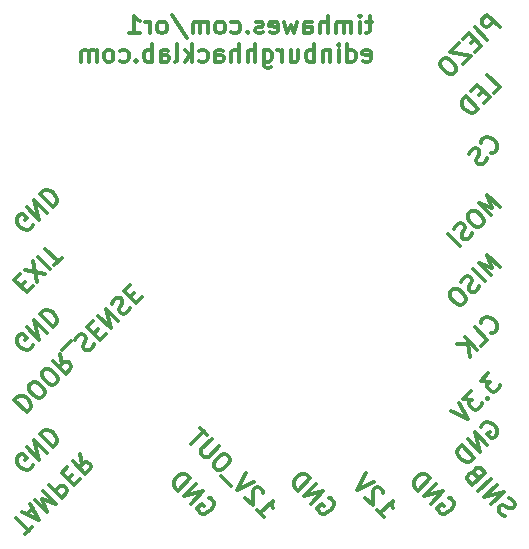
<source format=gbo>
G04 #@! TF.FileFunction,Legend,Bot*
%FSLAX46Y46*%
G04 Gerber Fmt 4.6, Leading zero omitted, Abs format (unit mm)*
G04 Created by KiCad (PCBNEW 0.201506192325+5795~23~ubuntu14.04.1-product) date Tue 18 Aug 2015 21:28:01 BST*
%MOMM*%
G01*
G04 APERTURE LIST*
%ADD10C,0.100000*%
%ADD11C,0.300000*%
G04 APERTURE END LIST*
D10*
D11*
X90397284Y-59152360D02*
X89336624Y-58091700D01*
X89740685Y-59202868D01*
X88629517Y-58798807D01*
X89690177Y-59859467D01*
X87922410Y-59505914D02*
X87720380Y-59707944D01*
X87669872Y-59859468D01*
X87669872Y-60061498D01*
X87821395Y-60314036D01*
X88174948Y-60667589D01*
X88427487Y-60819113D01*
X88629517Y-60819113D01*
X88781040Y-60768604D01*
X88983070Y-60566574D01*
X89033578Y-60415052D01*
X89033578Y-60213021D01*
X88882055Y-59960482D01*
X88528502Y-59606929D01*
X88275964Y-59455407D01*
X88073933Y-59455407D01*
X87922410Y-59505914D01*
X88073933Y-61374697D02*
X87972917Y-61576727D01*
X87720379Y-61829265D01*
X87568857Y-61879773D01*
X87467841Y-61879773D01*
X87316319Y-61829265D01*
X87215303Y-61728250D01*
X87164795Y-61576728D01*
X87164795Y-61475712D01*
X87215303Y-61324189D01*
X87366826Y-61071651D01*
X87417334Y-60920128D01*
X87417334Y-60819113D01*
X87366826Y-60667590D01*
X87265811Y-60566575D01*
X87114288Y-60516067D01*
X87013273Y-60516067D01*
X86861749Y-60566575D01*
X86609212Y-60819112D01*
X86508197Y-61021143D01*
X87063780Y-62485864D02*
X86003120Y-61425204D01*
X89892207Y-49497437D02*
X90397284Y-48992360D01*
X89336624Y-47931700D01*
X88983070Y-49295407D02*
X88629517Y-49648960D01*
X89033578Y-50356067D02*
X89538654Y-49850990D01*
X88477994Y-48790330D01*
X87972917Y-49295407D01*
X88579009Y-50810635D02*
X87518349Y-49749975D01*
X87265811Y-50002513D01*
X87164796Y-50204544D01*
X87164795Y-50406575D01*
X87215303Y-50558097D01*
X87366826Y-50810636D01*
X87518349Y-50962158D01*
X87770888Y-51113681D01*
X87922410Y-51164189D01*
X88124441Y-51164189D01*
X88326471Y-51063174D01*
X88579009Y-50810635D01*
X89437639Y-73230685D02*
X88781040Y-73887284D01*
X89538655Y-73937792D01*
X89387132Y-74089315D01*
X89336624Y-74240838D01*
X89336624Y-74341853D01*
X89387132Y-74493376D01*
X89639670Y-74745914D01*
X89791192Y-74796422D01*
X89892208Y-74796422D01*
X90043731Y-74745914D01*
X90346777Y-74442868D01*
X90397285Y-74291345D01*
X90397284Y-74190330D01*
X89286117Y-75301497D02*
X89286117Y-75402513D01*
X89387132Y-75402513D01*
X89387132Y-75301497D01*
X89286117Y-75301497D01*
X89387132Y-75402513D01*
X87922410Y-74745914D02*
X87265811Y-75402513D01*
X88023426Y-75453021D01*
X87871903Y-75604544D01*
X87821396Y-75756067D01*
X87821395Y-75857082D01*
X87871903Y-76008604D01*
X88124441Y-76261142D01*
X88275964Y-76311650D01*
X88376979Y-76311650D01*
X88528502Y-76261142D01*
X88831548Y-75958096D01*
X88882056Y-75806574D01*
X88882055Y-75705559D01*
X86962766Y-75705558D02*
X87669873Y-77119772D01*
X86255659Y-76412665D01*
X88831548Y-77747792D02*
X88882055Y-77596269D01*
X89033578Y-77444746D01*
X89235609Y-77343731D01*
X89437640Y-77343731D01*
X89589162Y-77394238D01*
X89841701Y-77545762D01*
X89993223Y-77697284D01*
X90144746Y-77949823D01*
X90195254Y-78101345D01*
X90195254Y-78303376D01*
X90094238Y-78505406D01*
X89993223Y-78606421D01*
X89791193Y-78707437D01*
X89690177Y-78707437D01*
X89336624Y-78353883D01*
X89538655Y-78151852D01*
X89336624Y-79263021D02*
X88275964Y-78202360D01*
X88730532Y-79869112D01*
X87669872Y-78808452D01*
X88225456Y-80374189D02*
X87164795Y-79313528D01*
X86912257Y-79566067D01*
X86811243Y-79768097D01*
X86811242Y-79970128D01*
X86861750Y-80121650D01*
X87013273Y-80374189D01*
X87164795Y-80525712D01*
X87417334Y-80677235D01*
X87568857Y-80727743D01*
X87770888Y-80727742D01*
X87972917Y-80626727D01*
X88225456Y-80374189D01*
X89690177Y-69817437D02*
X89791193Y-69817437D01*
X89993223Y-69716421D01*
X90094238Y-69615406D01*
X90195254Y-69413376D01*
X90195254Y-69211345D01*
X90144746Y-69059823D01*
X89993223Y-68807284D01*
X89841701Y-68655762D01*
X89589162Y-68504238D01*
X89437640Y-68453731D01*
X89235609Y-68453731D01*
X89033578Y-68554746D01*
X88932563Y-68655761D01*
X88831548Y-68857792D01*
X88831548Y-68958808D01*
X88831547Y-70878097D02*
X89336624Y-70373021D01*
X88275964Y-69312360D01*
X88477994Y-71231650D02*
X87417334Y-70170990D01*
X87871902Y-71837742D02*
X87720380Y-70777083D01*
X86811242Y-70777082D02*
X88023425Y-70777082D01*
X90397284Y-64232360D02*
X89336624Y-63171700D01*
X89740685Y-64282868D01*
X88629517Y-63878807D01*
X89690177Y-64939467D01*
X89185101Y-65444544D02*
X88124440Y-64383883D01*
X88680025Y-65848605D02*
X88579009Y-66050635D01*
X88326471Y-66303174D01*
X88174948Y-66353681D01*
X88073933Y-66353681D01*
X87922410Y-66303174D01*
X87821395Y-66202158D01*
X87770887Y-66050636D01*
X87770887Y-65949620D01*
X87821395Y-65798098D01*
X87972917Y-65545560D01*
X88023426Y-65394036D01*
X88023425Y-65293021D01*
X87972918Y-65141498D01*
X87871903Y-65040483D01*
X87720380Y-64989976D01*
X87619365Y-64989975D01*
X87467841Y-65040483D01*
X87215303Y-65293021D01*
X87114288Y-65495052D01*
X86407181Y-66101142D02*
X86205151Y-66303173D01*
X86154643Y-66454697D01*
X86154643Y-66656727D01*
X86306166Y-66909264D01*
X86659720Y-67262818D01*
X86912258Y-67414342D01*
X87114288Y-67414342D01*
X87265811Y-67363833D01*
X87467842Y-67161803D01*
X87518350Y-67010280D01*
X87518350Y-66808250D01*
X87366826Y-66555711D01*
X87013273Y-66202158D01*
X86760735Y-66050635D01*
X86558705Y-66050635D01*
X86407181Y-66101142D01*
X89690177Y-54577437D02*
X89791193Y-54577437D01*
X89993223Y-54476421D01*
X90094238Y-54375406D01*
X90195254Y-54173376D01*
X90195254Y-53971345D01*
X90144746Y-53819823D01*
X89993223Y-53567284D01*
X89841701Y-53415762D01*
X89589162Y-53264238D01*
X89437640Y-53213731D01*
X89235609Y-53213731D01*
X89033578Y-53314746D01*
X88932563Y-53415761D01*
X88831548Y-53617792D01*
X88831548Y-53718808D01*
X89336624Y-55032005D02*
X89235609Y-55234036D01*
X88983070Y-55486574D01*
X88831548Y-55537082D01*
X88730532Y-55537082D01*
X88579010Y-55486574D01*
X88477995Y-55385559D01*
X88427487Y-55234036D01*
X88427487Y-55133021D01*
X88477995Y-54981498D01*
X88629517Y-54728960D01*
X88680026Y-54577437D01*
X88680025Y-54476422D01*
X88629518Y-54324899D01*
X88528503Y-54223883D01*
X88376979Y-54173376D01*
X88275964Y-54173376D01*
X88124440Y-54223883D01*
X87871903Y-54476421D01*
X87770888Y-54678452D01*
X90397284Y-43912360D02*
X89336624Y-42851700D01*
X88932563Y-43255761D01*
X88882055Y-43407285D01*
X88882056Y-43508300D01*
X88932563Y-43659823D01*
X89084086Y-43811345D01*
X89235609Y-43861853D01*
X89336624Y-43861853D01*
X89488148Y-43811345D01*
X89892208Y-43407285D01*
X89336624Y-44973021D02*
X88275964Y-43912360D01*
X88275964Y-44922513D02*
X87922410Y-45276067D01*
X88326471Y-45983174D02*
X88831547Y-45478097D01*
X87770887Y-44417437D01*
X87265811Y-44922513D01*
X86912257Y-45276067D02*
X86205150Y-45983174D01*
X87972917Y-46336727D01*
X87265811Y-47043834D01*
X85599060Y-46589264D02*
X85397029Y-46791295D01*
X85346521Y-46942819D01*
X85346521Y-47144849D01*
X85498044Y-47397386D01*
X85851598Y-47750940D01*
X86104136Y-47902464D01*
X86306166Y-47902464D01*
X86457689Y-47851955D01*
X86659720Y-47649925D01*
X86710228Y-47498402D01*
X86710228Y-47296372D01*
X86558705Y-47043833D01*
X86205151Y-46690280D01*
X85952613Y-46538757D01*
X85750583Y-46538757D01*
X85599060Y-46589264D01*
X50868452Y-60682208D02*
X50817945Y-60833731D01*
X50666422Y-60985254D01*
X50464391Y-61086269D01*
X50262360Y-61086269D01*
X50110838Y-61035762D01*
X49858299Y-60884238D01*
X49706777Y-60732716D01*
X49555254Y-60480177D01*
X49504746Y-60328655D01*
X49504746Y-60126624D01*
X49605762Y-59924594D01*
X49706777Y-59823579D01*
X49908807Y-59722563D01*
X50009823Y-59722563D01*
X50363376Y-60076117D01*
X50161345Y-60278148D01*
X50363376Y-59166979D02*
X51424036Y-60227640D01*
X50969468Y-58560888D01*
X52030128Y-59621548D01*
X51474544Y-58055811D02*
X52535205Y-59116472D01*
X52787743Y-58863933D01*
X52888757Y-58661903D01*
X52888758Y-58459872D01*
X52838250Y-58308350D01*
X52686727Y-58055811D01*
X52535205Y-57904288D01*
X52282666Y-57752765D01*
X52131143Y-57702257D01*
X51929112Y-57702258D01*
X51727083Y-57803273D01*
X51474544Y-58055811D01*
X50868452Y-70842208D02*
X50817945Y-70993731D01*
X50666422Y-71145254D01*
X50464391Y-71246269D01*
X50262360Y-71246269D01*
X50110838Y-71195762D01*
X49858299Y-71044238D01*
X49706777Y-70892716D01*
X49555254Y-70640177D01*
X49504746Y-70488655D01*
X49504746Y-70286624D01*
X49605762Y-70084594D01*
X49706777Y-69983579D01*
X49908807Y-69882563D01*
X50009823Y-69882563D01*
X50363376Y-70236117D01*
X50161345Y-70438148D01*
X50363376Y-69326979D02*
X51424036Y-70387640D01*
X50969468Y-68720888D01*
X52030128Y-69781548D01*
X51474544Y-68215811D02*
X52535205Y-69276472D01*
X52787743Y-69023933D01*
X52888757Y-68821903D01*
X52888758Y-68619872D01*
X52838250Y-68468350D01*
X52686727Y-68215811D01*
X52535205Y-68064288D01*
X52282666Y-67912765D01*
X52131143Y-67862257D01*
X51929112Y-67862258D01*
X51727083Y-67963273D01*
X51474544Y-68215811D01*
X50868452Y-81002208D02*
X50817945Y-81153731D01*
X50666422Y-81305254D01*
X50464391Y-81406269D01*
X50262360Y-81406269D01*
X50110838Y-81355762D01*
X49858299Y-81204238D01*
X49706777Y-81052716D01*
X49555254Y-80800177D01*
X49504746Y-80648655D01*
X49504746Y-80446624D01*
X49605762Y-80244594D01*
X49706777Y-80143579D01*
X49908807Y-80042563D01*
X50009823Y-80042563D01*
X50363376Y-80396117D01*
X50161345Y-80598148D01*
X50363376Y-79486979D02*
X51424036Y-80547640D01*
X50969468Y-78880888D01*
X52030128Y-79941548D01*
X51474544Y-78375811D02*
X52535205Y-79436472D01*
X52787743Y-79183933D01*
X52888757Y-78981903D01*
X52888758Y-78779872D01*
X52838250Y-78628350D01*
X52686727Y-78375811D01*
X52535205Y-78224288D01*
X52282666Y-78072765D01*
X52131143Y-78022257D01*
X51929112Y-78022258D01*
X51727083Y-78123273D01*
X51474544Y-78375811D01*
X50211853Y-86839823D02*
X50817945Y-86233731D01*
X49454239Y-85476117D02*
X50514899Y-86536777D01*
X50363376Y-85173071D02*
X50868452Y-84667995D01*
X49959315Y-84971041D02*
X51373528Y-85678148D01*
X50666422Y-84263934D01*
X51019975Y-83910381D02*
X52080635Y-84971041D01*
X51676574Y-83859873D01*
X52787742Y-84263934D01*
X51727082Y-83203274D01*
X52232158Y-82698197D02*
X53292819Y-83758858D01*
X53696879Y-83354797D01*
X53747387Y-83203273D01*
X53747386Y-83102258D01*
X53696879Y-82950735D01*
X53545357Y-82799212D01*
X53393833Y-82748705D01*
X53292819Y-82748705D01*
X53141295Y-82799212D01*
X52737234Y-83203273D01*
X53848402Y-82193121D02*
X54201956Y-81839567D01*
X53797895Y-81132461D02*
X53292819Y-81637537D01*
X54353479Y-82698197D01*
X54858555Y-82193121D01*
X54858555Y-80071801D02*
X55010078Y-80930430D01*
X54252464Y-80677892D02*
X55313124Y-81738552D01*
X55717184Y-81334492D01*
X55767692Y-81182968D01*
X55767692Y-81081953D01*
X55717184Y-80930430D01*
X55565662Y-80778907D01*
X55414138Y-80728399D01*
X55313124Y-80728399D01*
X55161600Y-80778907D01*
X54757539Y-81182968D01*
X49302716Y-75467640D02*
X50363376Y-76528300D01*
X50615914Y-76275762D01*
X50716929Y-76073731D01*
X50716930Y-75871700D01*
X50666422Y-75720178D01*
X50514899Y-75467639D01*
X50363376Y-75316117D01*
X50110837Y-75164593D01*
X49959315Y-75114086D01*
X49757284Y-75114086D01*
X49555254Y-75215101D01*
X49302716Y-75467640D01*
X51626067Y-75265609D02*
X51828097Y-75063579D01*
X51878605Y-74912055D01*
X51878605Y-74710025D01*
X51727082Y-74457487D01*
X51373528Y-74103934D01*
X51120990Y-73952410D01*
X50918960Y-73952410D01*
X50767437Y-74002919D01*
X50565407Y-74204949D01*
X50514899Y-74356472D01*
X50514899Y-74558502D01*
X50666422Y-74811041D01*
X51019975Y-75164594D01*
X51272513Y-75316117D01*
X51474544Y-75316117D01*
X51626067Y-75265609D01*
X52737235Y-74154441D02*
X52939265Y-73952411D01*
X52989773Y-73800887D01*
X52989773Y-73598857D01*
X52838250Y-73346319D01*
X52484697Y-72992766D01*
X52232158Y-72841242D01*
X52030128Y-72841242D01*
X51878605Y-72891751D01*
X51676575Y-73093781D01*
X51626067Y-73245303D01*
X51626067Y-73447334D01*
X51777590Y-73699873D01*
X52131143Y-74053426D01*
X52383681Y-74204948D01*
X52585712Y-74204948D01*
X52737235Y-74154441D01*
X53191804Y-71578552D02*
X53343326Y-72437181D01*
X52585712Y-72184643D02*
X53646373Y-73245303D01*
X54050433Y-72841243D01*
X54100941Y-72689719D01*
X54100940Y-72588704D01*
X54050433Y-72437181D01*
X53898911Y-72285658D01*
X53747387Y-72235150D01*
X53646373Y-72235150D01*
X53494849Y-72285658D01*
X53090788Y-72689719D01*
X53292819Y-71275505D02*
X54100940Y-70467384D01*
X54454494Y-70416876D02*
X54555510Y-70214846D01*
X54808048Y-69962308D01*
X54959570Y-69911800D01*
X55060586Y-69911800D01*
X55212109Y-69962308D01*
X55313124Y-70063323D01*
X55363632Y-70214845D01*
X55363632Y-70315861D01*
X55313124Y-70467384D01*
X55161601Y-70719922D01*
X55111093Y-70871445D01*
X55111093Y-70972460D01*
X55161601Y-71123983D01*
X55262616Y-71224998D01*
X55414139Y-71275505D01*
X55515154Y-71275506D01*
X55666678Y-71224998D01*
X55919215Y-70972461D01*
X56020231Y-70770430D01*
X56020231Y-69861293D02*
X56373784Y-69507739D01*
X55969723Y-68800632D02*
X55464647Y-69305709D01*
X56525307Y-70366369D01*
X57030383Y-69861293D01*
X56424292Y-68346064D02*
X57484952Y-69406724D01*
X57030383Y-67739972D01*
X58091044Y-68800632D01*
X57535459Y-67335911D02*
X57636475Y-67133881D01*
X57889013Y-66881342D01*
X58040536Y-66830834D01*
X58141552Y-66830834D01*
X58293074Y-66881342D01*
X58394089Y-66982358D01*
X58444597Y-67133880D01*
X58444597Y-67234896D01*
X58394089Y-67386418D01*
X58242567Y-67638956D01*
X58192058Y-67790479D01*
X58192059Y-67891495D01*
X58242566Y-68043018D01*
X58343581Y-68144033D01*
X58495104Y-68194540D01*
X58596119Y-68194541D01*
X58747643Y-68144033D01*
X59000181Y-67891495D01*
X59101196Y-67689464D01*
X59101196Y-66780327D02*
X59454749Y-66426774D01*
X59050689Y-65719667D02*
X58545612Y-66224744D01*
X59606272Y-67285404D01*
X60111349Y-66780327D01*
X90808655Y-85317285D02*
X90606624Y-85216269D01*
X90354086Y-84963731D01*
X90303578Y-84812208D01*
X90303578Y-84711192D01*
X90354086Y-84559670D01*
X90455101Y-84458655D01*
X90606624Y-84408147D01*
X90707640Y-84408147D01*
X90859162Y-84458655D01*
X91111700Y-84610177D01*
X91263223Y-84660686D01*
X91364238Y-84660685D01*
X91515762Y-84610178D01*
X91616777Y-84509163D01*
X91667284Y-84357640D01*
X91667285Y-84256624D01*
X91616777Y-84105101D01*
X91364239Y-83852563D01*
X91162208Y-83751548D01*
X89697487Y-84307132D02*
X90758148Y-83246472D01*
X89091396Y-83701040D01*
X90152056Y-82640380D01*
X88586319Y-83195964D02*
X89646979Y-82135303D01*
X88283273Y-81781750D02*
X88081242Y-81680735D01*
X87980228Y-81680735D01*
X87828705Y-81731242D01*
X87677181Y-81882765D01*
X87626674Y-82034288D01*
X87626674Y-82135303D01*
X87677182Y-82286826D01*
X88081243Y-82690887D01*
X89141903Y-81630227D01*
X88788350Y-81276674D01*
X88636826Y-81226166D01*
X88535811Y-81226166D01*
X88384288Y-81276674D01*
X88283273Y-81377689D01*
X88232765Y-81529212D01*
X88232765Y-81630228D01*
X88283273Y-81781750D01*
X88636826Y-82135303D01*
X69832056Y-84761700D02*
X70438148Y-85367792D01*
X70135101Y-85064746D02*
X71195762Y-84004086D01*
X71145254Y-84256624D01*
X71145254Y-84458655D01*
X71195762Y-84610178D01*
X70387640Y-83397995D02*
X70387640Y-83296979D01*
X70337132Y-83145456D01*
X70084594Y-82892918D01*
X69933071Y-82842411D01*
X69832055Y-82842411D01*
X69680533Y-82892919D01*
X69579518Y-82993934D01*
X69478502Y-83195964D01*
X69478503Y-84408147D01*
X68821904Y-83751548D01*
X69579518Y-82387842D02*
X68165305Y-83094949D01*
X68872412Y-81680736D01*
X67609720Y-82741396D02*
X66801598Y-81933275D01*
X67508706Y-80317030D02*
X67306676Y-80115000D01*
X67155152Y-80064492D01*
X66953122Y-80064492D01*
X66700584Y-80216015D01*
X66347031Y-80569568D01*
X66195507Y-80822106D01*
X66195507Y-81024137D01*
X66246015Y-81175660D01*
X66448046Y-81377690D01*
X66599568Y-81428198D01*
X66801598Y-81428198D01*
X67054137Y-81276675D01*
X67407691Y-80923122D01*
X67559213Y-80670583D01*
X67559213Y-80468553D01*
X67508706Y-80317030D01*
X66599568Y-79407892D02*
X65740938Y-80266522D01*
X65589416Y-80317030D01*
X65488400Y-80317030D01*
X65336878Y-80266522D01*
X65134847Y-80064492D01*
X65084339Y-79912969D01*
X65084339Y-79811953D01*
X65134847Y-79660430D01*
X65993477Y-78801801D01*
X65639923Y-78448247D02*
X65033832Y-77842155D01*
X64276217Y-79205861D02*
X65336877Y-78145201D01*
X79992056Y-84761700D02*
X80598148Y-85367792D01*
X80295101Y-85064746D02*
X81355762Y-84004086D01*
X81305254Y-84256624D01*
X81305254Y-84458655D01*
X81355762Y-84610178D01*
X80547640Y-83397995D02*
X80547640Y-83296979D01*
X80497132Y-83145456D01*
X80244594Y-82892918D01*
X80093071Y-82842411D01*
X79992055Y-82842411D01*
X79840533Y-82892919D01*
X79739518Y-82993934D01*
X79638502Y-83195964D01*
X79638503Y-84408147D01*
X78981904Y-83751548D01*
X79739518Y-82387842D02*
X78325305Y-83094949D01*
X79032412Y-81680736D01*
X49858300Y-65863223D02*
X50211853Y-65509670D01*
X49807793Y-64802563D02*
X49302716Y-65307640D01*
X50363376Y-66368300D01*
X50868453Y-65863223D01*
X51222006Y-65509670D02*
X50868453Y-63741903D01*
X51929113Y-64802563D02*
X50161346Y-64449010D01*
X51272513Y-63337842D02*
X52333174Y-64398503D01*
X52686727Y-64044949D02*
X53292819Y-63438858D01*
X51929113Y-62681243D02*
X52989773Y-63741903D01*
X86082208Y-83751548D02*
X86233731Y-83802055D01*
X86385254Y-83953578D01*
X86486269Y-84155609D01*
X86486269Y-84357640D01*
X86435762Y-84509162D01*
X86284238Y-84761701D01*
X86132716Y-84913223D01*
X85880177Y-85064746D01*
X85728655Y-85115254D01*
X85526624Y-85115254D01*
X85324594Y-85014238D01*
X85223579Y-84913223D01*
X85122563Y-84711193D01*
X85122563Y-84610177D01*
X85476117Y-84256624D01*
X85678148Y-84458655D01*
X84566979Y-84256624D02*
X85627640Y-83195964D01*
X83960888Y-83650532D01*
X85021548Y-82589872D01*
X83455811Y-83145456D02*
X84516472Y-82084795D01*
X84263933Y-81832257D01*
X84061903Y-81731243D01*
X83859872Y-81731242D01*
X83708350Y-81781750D01*
X83455811Y-81933273D01*
X83304288Y-82084795D01*
X83152765Y-82337334D01*
X83102257Y-82488857D01*
X83102258Y-82690888D01*
X83203273Y-82892917D01*
X83455811Y-83145456D01*
X75922208Y-83751548D02*
X76073731Y-83802055D01*
X76225254Y-83953578D01*
X76326269Y-84155609D01*
X76326269Y-84357640D01*
X76275762Y-84509162D01*
X76124238Y-84761701D01*
X75972716Y-84913223D01*
X75720177Y-85064746D01*
X75568655Y-85115254D01*
X75366624Y-85115254D01*
X75164594Y-85014238D01*
X75063579Y-84913223D01*
X74962563Y-84711193D01*
X74962563Y-84610177D01*
X75316117Y-84256624D01*
X75518148Y-84458655D01*
X74406979Y-84256624D02*
X75467640Y-83195964D01*
X73800888Y-83650532D01*
X74861548Y-82589872D01*
X73295811Y-83145456D02*
X74356472Y-82084795D01*
X74103933Y-81832257D01*
X73901903Y-81731243D01*
X73699872Y-81731242D01*
X73548350Y-81781750D01*
X73295811Y-81933273D01*
X73144288Y-82084795D01*
X72992765Y-82337334D01*
X72942257Y-82488857D01*
X72942258Y-82690888D01*
X73043273Y-82892917D01*
X73295811Y-83145456D01*
X65762208Y-83751548D02*
X65913731Y-83802055D01*
X66065254Y-83953578D01*
X66166269Y-84155609D01*
X66166269Y-84357640D01*
X66115762Y-84509162D01*
X65964238Y-84761701D01*
X65812716Y-84913223D01*
X65560177Y-85064746D01*
X65408655Y-85115254D01*
X65206624Y-85115254D01*
X65004594Y-85014238D01*
X64903579Y-84913223D01*
X64802563Y-84711193D01*
X64802563Y-84610177D01*
X65156117Y-84256624D01*
X65358148Y-84458655D01*
X64246979Y-84256624D02*
X65307640Y-83195964D01*
X63640888Y-83650532D01*
X64701548Y-82589872D01*
X63135811Y-83145456D02*
X64196472Y-82084795D01*
X63943933Y-81832257D01*
X63741903Y-81731243D01*
X63539872Y-81731242D01*
X63388350Y-81781750D01*
X63135811Y-81933273D01*
X62984288Y-82084795D01*
X62832765Y-82337334D01*
X62782257Y-82488857D01*
X62782258Y-82690888D01*
X62883273Y-82892917D01*
X63135811Y-83145456D01*
X79613143Y-43436571D02*
X79041714Y-43436571D01*
X79398857Y-42936571D02*
X79398857Y-44222286D01*
X79327429Y-44365143D01*
X79184571Y-44436571D01*
X79041714Y-44436571D01*
X78541714Y-44436571D02*
X78541714Y-43436571D01*
X78541714Y-42936571D02*
X78613143Y-43008000D01*
X78541714Y-43079429D01*
X78470286Y-43008000D01*
X78541714Y-42936571D01*
X78541714Y-43079429D01*
X77827428Y-44436571D02*
X77827428Y-43436571D01*
X77827428Y-43579429D02*
X77756000Y-43508000D01*
X77613142Y-43436571D01*
X77398857Y-43436571D01*
X77256000Y-43508000D01*
X77184571Y-43650857D01*
X77184571Y-44436571D01*
X77184571Y-43650857D02*
X77113142Y-43508000D01*
X76970285Y-43436571D01*
X76756000Y-43436571D01*
X76613142Y-43508000D01*
X76541714Y-43650857D01*
X76541714Y-44436571D01*
X75827428Y-44436571D02*
X75827428Y-42936571D01*
X75184571Y-44436571D02*
X75184571Y-43650857D01*
X75256000Y-43508000D01*
X75398857Y-43436571D01*
X75613142Y-43436571D01*
X75756000Y-43508000D01*
X75827428Y-43579429D01*
X73827428Y-44436571D02*
X73827428Y-43650857D01*
X73898857Y-43508000D01*
X74041714Y-43436571D01*
X74327428Y-43436571D01*
X74470285Y-43508000D01*
X73827428Y-44365143D02*
X73970285Y-44436571D01*
X74327428Y-44436571D01*
X74470285Y-44365143D01*
X74541714Y-44222286D01*
X74541714Y-44079429D01*
X74470285Y-43936571D01*
X74327428Y-43865143D01*
X73970285Y-43865143D01*
X73827428Y-43793714D01*
X73255999Y-43436571D02*
X72970285Y-44436571D01*
X72684571Y-43722286D01*
X72398856Y-44436571D01*
X72113142Y-43436571D01*
X70970285Y-44365143D02*
X71113142Y-44436571D01*
X71398856Y-44436571D01*
X71541713Y-44365143D01*
X71613142Y-44222286D01*
X71613142Y-43650857D01*
X71541713Y-43508000D01*
X71398856Y-43436571D01*
X71113142Y-43436571D01*
X70970285Y-43508000D01*
X70898856Y-43650857D01*
X70898856Y-43793714D01*
X71613142Y-43936571D01*
X70327428Y-44365143D02*
X70184571Y-44436571D01*
X69898856Y-44436571D01*
X69755999Y-44365143D01*
X69684571Y-44222286D01*
X69684571Y-44150857D01*
X69755999Y-44008000D01*
X69898856Y-43936571D01*
X70113142Y-43936571D01*
X70255999Y-43865143D01*
X70327428Y-43722286D01*
X70327428Y-43650857D01*
X70255999Y-43508000D01*
X70113142Y-43436571D01*
X69898856Y-43436571D01*
X69755999Y-43508000D01*
X69041713Y-44293714D02*
X68970285Y-44365143D01*
X69041713Y-44436571D01*
X69113142Y-44365143D01*
X69041713Y-44293714D01*
X69041713Y-44436571D01*
X67684570Y-44365143D02*
X67827427Y-44436571D01*
X68113141Y-44436571D01*
X68255999Y-44365143D01*
X68327427Y-44293714D01*
X68398856Y-44150857D01*
X68398856Y-43722286D01*
X68327427Y-43579429D01*
X68255999Y-43508000D01*
X68113141Y-43436571D01*
X67827427Y-43436571D01*
X67684570Y-43508000D01*
X66827427Y-44436571D02*
X66970285Y-44365143D01*
X67041713Y-44293714D01*
X67113142Y-44150857D01*
X67113142Y-43722286D01*
X67041713Y-43579429D01*
X66970285Y-43508000D01*
X66827427Y-43436571D01*
X66613142Y-43436571D01*
X66470285Y-43508000D01*
X66398856Y-43579429D01*
X66327427Y-43722286D01*
X66327427Y-44150857D01*
X66398856Y-44293714D01*
X66470285Y-44365143D01*
X66613142Y-44436571D01*
X66827427Y-44436571D01*
X65684570Y-44436571D02*
X65684570Y-43436571D01*
X65684570Y-43579429D02*
X65613142Y-43508000D01*
X65470284Y-43436571D01*
X65255999Y-43436571D01*
X65113142Y-43508000D01*
X65041713Y-43650857D01*
X65041713Y-44436571D01*
X65041713Y-43650857D02*
X64970284Y-43508000D01*
X64827427Y-43436571D01*
X64613142Y-43436571D01*
X64470284Y-43508000D01*
X64398856Y-43650857D01*
X64398856Y-44436571D01*
X62613142Y-42865143D02*
X63898856Y-44793714D01*
X61898855Y-44436571D02*
X62041713Y-44365143D01*
X62113141Y-44293714D01*
X62184570Y-44150857D01*
X62184570Y-43722286D01*
X62113141Y-43579429D01*
X62041713Y-43508000D01*
X61898855Y-43436571D01*
X61684570Y-43436571D01*
X61541713Y-43508000D01*
X61470284Y-43579429D01*
X61398855Y-43722286D01*
X61398855Y-44150857D01*
X61470284Y-44293714D01*
X61541713Y-44365143D01*
X61684570Y-44436571D01*
X61898855Y-44436571D01*
X60755998Y-44436571D02*
X60755998Y-43436571D01*
X60755998Y-43722286D02*
X60684570Y-43579429D01*
X60613141Y-43508000D01*
X60470284Y-43436571D01*
X60327427Y-43436571D01*
X59041713Y-44436571D02*
X59898856Y-44436571D01*
X59470284Y-44436571D02*
X59470284Y-42936571D01*
X59613141Y-43150857D01*
X59755999Y-43293714D01*
X59898856Y-43365143D01*
X78827429Y-46765143D02*
X78970286Y-46836571D01*
X79256000Y-46836571D01*
X79398857Y-46765143D01*
X79470286Y-46622286D01*
X79470286Y-46050857D01*
X79398857Y-45908000D01*
X79256000Y-45836571D01*
X78970286Y-45836571D01*
X78827429Y-45908000D01*
X78756000Y-46050857D01*
X78756000Y-46193714D01*
X79470286Y-46336571D01*
X77470286Y-46836571D02*
X77470286Y-45336571D01*
X77470286Y-46765143D02*
X77613143Y-46836571D01*
X77898857Y-46836571D01*
X78041715Y-46765143D01*
X78113143Y-46693714D01*
X78184572Y-46550857D01*
X78184572Y-46122286D01*
X78113143Y-45979429D01*
X78041715Y-45908000D01*
X77898857Y-45836571D01*
X77613143Y-45836571D01*
X77470286Y-45908000D01*
X76756000Y-46836571D02*
X76756000Y-45836571D01*
X76756000Y-45336571D02*
X76827429Y-45408000D01*
X76756000Y-45479429D01*
X76684572Y-45408000D01*
X76756000Y-45336571D01*
X76756000Y-45479429D01*
X76041714Y-45836571D02*
X76041714Y-46836571D01*
X76041714Y-45979429D02*
X75970286Y-45908000D01*
X75827428Y-45836571D01*
X75613143Y-45836571D01*
X75470286Y-45908000D01*
X75398857Y-46050857D01*
X75398857Y-46836571D01*
X74684571Y-46836571D02*
X74684571Y-45336571D01*
X74684571Y-45908000D02*
X74541714Y-45836571D01*
X74256000Y-45836571D01*
X74113143Y-45908000D01*
X74041714Y-45979429D01*
X73970285Y-46122286D01*
X73970285Y-46550857D01*
X74041714Y-46693714D01*
X74113143Y-46765143D01*
X74256000Y-46836571D01*
X74541714Y-46836571D01*
X74684571Y-46765143D01*
X72684571Y-45836571D02*
X72684571Y-46836571D01*
X73327428Y-45836571D02*
X73327428Y-46622286D01*
X73256000Y-46765143D01*
X73113142Y-46836571D01*
X72898857Y-46836571D01*
X72756000Y-46765143D01*
X72684571Y-46693714D01*
X71970285Y-46836571D02*
X71970285Y-45836571D01*
X71970285Y-46122286D02*
X71898857Y-45979429D01*
X71827428Y-45908000D01*
X71684571Y-45836571D01*
X71541714Y-45836571D01*
X70398857Y-45836571D02*
X70398857Y-47050857D01*
X70470286Y-47193714D01*
X70541714Y-47265143D01*
X70684571Y-47336571D01*
X70898857Y-47336571D01*
X71041714Y-47265143D01*
X70398857Y-46765143D02*
X70541714Y-46836571D01*
X70827428Y-46836571D01*
X70970286Y-46765143D01*
X71041714Y-46693714D01*
X71113143Y-46550857D01*
X71113143Y-46122286D01*
X71041714Y-45979429D01*
X70970286Y-45908000D01*
X70827428Y-45836571D01*
X70541714Y-45836571D01*
X70398857Y-45908000D01*
X69684571Y-46836571D02*
X69684571Y-45336571D01*
X69041714Y-46836571D02*
X69041714Y-46050857D01*
X69113143Y-45908000D01*
X69256000Y-45836571D01*
X69470285Y-45836571D01*
X69613143Y-45908000D01*
X69684571Y-45979429D01*
X68327428Y-46836571D02*
X68327428Y-45336571D01*
X67684571Y-46836571D02*
X67684571Y-46050857D01*
X67756000Y-45908000D01*
X67898857Y-45836571D01*
X68113142Y-45836571D01*
X68256000Y-45908000D01*
X68327428Y-45979429D01*
X66327428Y-46836571D02*
X66327428Y-46050857D01*
X66398857Y-45908000D01*
X66541714Y-45836571D01*
X66827428Y-45836571D01*
X66970285Y-45908000D01*
X66327428Y-46765143D02*
X66470285Y-46836571D01*
X66827428Y-46836571D01*
X66970285Y-46765143D01*
X67041714Y-46622286D01*
X67041714Y-46479429D01*
X66970285Y-46336571D01*
X66827428Y-46265143D01*
X66470285Y-46265143D01*
X66327428Y-46193714D01*
X64970285Y-46765143D02*
X65113142Y-46836571D01*
X65398856Y-46836571D01*
X65541714Y-46765143D01*
X65613142Y-46693714D01*
X65684571Y-46550857D01*
X65684571Y-46122286D01*
X65613142Y-45979429D01*
X65541714Y-45908000D01*
X65398856Y-45836571D01*
X65113142Y-45836571D01*
X64970285Y-45908000D01*
X64327428Y-46836571D02*
X64327428Y-45336571D01*
X64184571Y-46265143D02*
X63756000Y-46836571D01*
X63756000Y-45836571D02*
X64327428Y-46408000D01*
X62898856Y-46836571D02*
X63041714Y-46765143D01*
X63113142Y-46622286D01*
X63113142Y-45336571D01*
X61684571Y-46836571D02*
X61684571Y-46050857D01*
X61756000Y-45908000D01*
X61898857Y-45836571D01*
X62184571Y-45836571D01*
X62327428Y-45908000D01*
X61684571Y-46765143D02*
X61827428Y-46836571D01*
X62184571Y-46836571D01*
X62327428Y-46765143D01*
X62398857Y-46622286D01*
X62398857Y-46479429D01*
X62327428Y-46336571D01*
X62184571Y-46265143D01*
X61827428Y-46265143D01*
X61684571Y-46193714D01*
X60970285Y-46836571D02*
X60970285Y-45336571D01*
X60970285Y-45908000D02*
X60827428Y-45836571D01*
X60541714Y-45836571D01*
X60398857Y-45908000D01*
X60327428Y-45979429D01*
X60255999Y-46122286D01*
X60255999Y-46550857D01*
X60327428Y-46693714D01*
X60398857Y-46765143D01*
X60541714Y-46836571D01*
X60827428Y-46836571D01*
X60970285Y-46765143D01*
X59613142Y-46693714D02*
X59541714Y-46765143D01*
X59613142Y-46836571D01*
X59684571Y-46765143D01*
X59613142Y-46693714D01*
X59613142Y-46836571D01*
X58255999Y-46765143D02*
X58398856Y-46836571D01*
X58684570Y-46836571D01*
X58827428Y-46765143D01*
X58898856Y-46693714D01*
X58970285Y-46550857D01*
X58970285Y-46122286D01*
X58898856Y-45979429D01*
X58827428Y-45908000D01*
X58684570Y-45836571D01*
X58398856Y-45836571D01*
X58255999Y-45908000D01*
X57398856Y-46836571D02*
X57541714Y-46765143D01*
X57613142Y-46693714D01*
X57684571Y-46550857D01*
X57684571Y-46122286D01*
X57613142Y-45979429D01*
X57541714Y-45908000D01*
X57398856Y-45836571D01*
X57184571Y-45836571D01*
X57041714Y-45908000D01*
X56970285Y-45979429D01*
X56898856Y-46122286D01*
X56898856Y-46550857D01*
X56970285Y-46693714D01*
X57041714Y-46765143D01*
X57184571Y-46836571D01*
X57398856Y-46836571D01*
X56255999Y-46836571D02*
X56255999Y-45836571D01*
X56255999Y-45979429D02*
X56184571Y-45908000D01*
X56041713Y-45836571D01*
X55827428Y-45836571D01*
X55684571Y-45908000D01*
X55613142Y-46050857D01*
X55613142Y-46836571D01*
X55613142Y-46050857D02*
X55541713Y-45908000D01*
X55398856Y-45836571D01*
X55184571Y-45836571D01*
X55041713Y-45908000D01*
X54970285Y-46050857D01*
X54970285Y-46836571D01*
M02*

</source>
